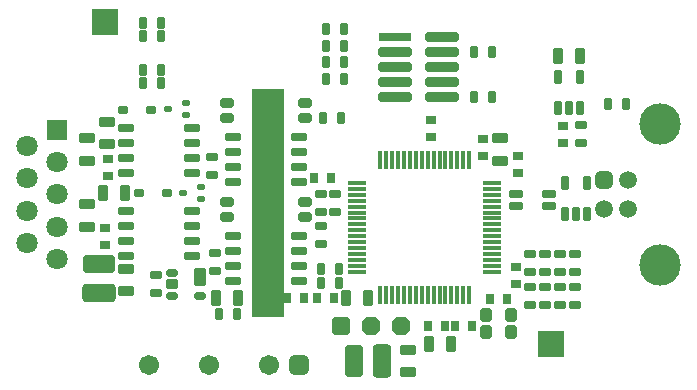
<source format=gts>
G04*
G04 #@! TF.GenerationSoftware,Altium Limited,Altium Designer,22.3.1 (43)*
G04*
G04 Layer_Color=8388736*
%FSLAX25Y25*%
%MOIN*%
G70*
G04*
G04 #@! TF.SameCoordinates,35FA6D69-FF44-446E-9FC7-5F6B5C59AE10*
G04*
G04*
G04 #@! TF.FilePolarity,Negative*
G04*
G01*
G75*
%ADD34R,0.10500X0.76000*%
G04:AMPARAMS|DCode=35|XSize=27.62mil|YSize=35.5mil|CornerRadius=5.54mil|HoleSize=0mil|Usage=FLASHONLY|Rotation=90.000|XOffset=0mil|YOffset=0mil|HoleType=Round|Shape=RoundedRectangle|*
%AMROUNDEDRECTD35*
21,1,0.02762,0.02441,0,0,90.0*
21,1,0.01654,0.03550,0,0,90.0*
1,1,0.01109,0.01221,0.00827*
1,1,0.01109,0.01221,-0.00827*
1,1,0.01109,-0.01221,-0.00827*
1,1,0.01109,-0.01221,0.00827*
%
%ADD35ROUNDEDRECTD35*%
G04:AMPARAMS|DCode=36|XSize=37.47mil|YSize=27.62mil|CornerRadius=4.36mil|HoleSize=0mil|Usage=FLASHONLY|Rotation=90.000|XOffset=0mil|YOffset=0mil|HoleType=Round|Shape=RoundedRectangle|*
%AMROUNDEDRECTD36*
21,1,0.03747,0.01890,0,0,90.0*
21,1,0.02874,0.02762,0,0,90.0*
1,1,0.00872,0.00945,0.01437*
1,1,0.00872,0.00945,-0.01437*
1,1,0.00872,-0.00945,-0.01437*
1,1,0.00872,-0.00945,0.01437*
%
%ADD36ROUNDEDRECTD36*%
G04:AMPARAMS|DCode=37|XSize=31.56mil|YSize=47.31mil|CornerRadius=6.13mil|HoleSize=0mil|Usage=FLASHONLY|Rotation=270.000|XOffset=0mil|YOffset=0mil|HoleType=Round|Shape=RoundedRectangle|*
%AMROUNDEDRECTD37*
21,1,0.03156,0.03504,0,0,270.0*
21,1,0.01929,0.04731,0,0,270.0*
1,1,0.01227,-0.01752,-0.00965*
1,1,0.01227,-0.01752,0.00965*
1,1,0.01227,0.01752,0.00965*
1,1,0.01227,0.01752,-0.00965*
%
%ADD37ROUNDEDRECTD37*%
G04:AMPARAMS|DCode=38|XSize=27.62mil|YSize=51.24mil|CornerRadius=5.54mil|HoleSize=0mil|Usage=FLASHONLY|Rotation=270.000|XOffset=0mil|YOffset=0mil|HoleType=Round|Shape=RoundedRectangle|*
%AMROUNDEDRECTD38*
21,1,0.02762,0.04016,0,0,270.0*
21,1,0.01654,0.05124,0,0,270.0*
1,1,0.01109,-0.02008,-0.00827*
1,1,0.01109,-0.02008,0.00827*
1,1,0.01109,0.02008,0.00827*
1,1,0.01109,0.02008,-0.00827*
%
%ADD38ROUNDEDRECTD38*%
G04:AMPARAMS|DCode=39|XSize=59.12mil|YSize=39.43mil|CornerRadius=7.32mil|HoleSize=0mil|Usage=FLASHONLY|Rotation=90.000|XOffset=0mil|YOffset=0mil|HoleType=Round|Shape=RoundedRectangle|*
%AMROUNDEDRECTD39*
21,1,0.05912,0.02480,0,0,90.0*
21,1,0.04449,0.03943,0,0,90.0*
1,1,0.01463,0.01240,0.02224*
1,1,0.01463,0.01240,-0.02224*
1,1,0.01463,-0.01240,-0.02224*
1,1,0.01463,-0.01240,0.02224*
%
%ADD39ROUNDEDRECTD39*%
G04:AMPARAMS|DCode=40|XSize=23.68mil|YSize=39.43mil|CornerRadius=4.95mil|HoleSize=0mil|Usage=FLASHONLY|Rotation=90.000|XOffset=0mil|YOffset=0mil|HoleType=Round|Shape=RoundedRectangle|*
%AMROUNDEDRECTD40*
21,1,0.02368,0.02953,0,0,90.0*
21,1,0.01378,0.03943,0,0,90.0*
1,1,0.00991,0.01476,0.00689*
1,1,0.00991,0.01476,-0.00689*
1,1,0.00991,-0.01476,-0.00689*
1,1,0.00991,-0.01476,0.00689*
%
%ADD40ROUNDEDRECTD40*%
G04:AMPARAMS|DCode=41|XSize=35.5mil|YSize=39.43mil|CornerRadius=6.72mil|HoleSize=0mil|Usage=FLASHONLY|Rotation=90.000|XOffset=0mil|YOffset=0mil|HoleType=Round|Shape=RoundedRectangle|*
%AMROUNDEDRECTD41*
21,1,0.03550,0.02598,0,0,90.0*
21,1,0.02205,0.03943,0,0,90.0*
1,1,0.01345,0.01299,0.01102*
1,1,0.01345,0.01299,-0.01102*
1,1,0.01345,-0.01299,-0.01102*
1,1,0.01345,-0.01299,0.01102*
%
%ADD41ROUNDEDRECTD41*%
G04:AMPARAMS|DCode=42|XSize=37.47mil|YSize=27.62mil|CornerRadius=4.36mil|HoleSize=0mil|Usage=FLASHONLY|Rotation=0.000|XOffset=0mil|YOffset=0mil|HoleType=Round|Shape=RoundedRectangle|*
%AMROUNDEDRECTD42*
21,1,0.03747,0.01890,0,0,0.0*
21,1,0.02874,0.02762,0,0,0.0*
1,1,0.00872,0.01437,-0.00945*
1,1,0.00872,-0.01437,-0.00945*
1,1,0.00872,-0.01437,0.00945*
1,1,0.00872,0.01437,0.00945*
%
%ADD42ROUNDEDRECTD42*%
G04:AMPARAMS|DCode=43|XSize=53.21mil|YSize=31.56mil|CornerRadius=4.76mil|HoleSize=0mil|Usage=FLASHONLY|Rotation=270.000|XOffset=0mil|YOffset=0mil|HoleType=Round|Shape=RoundedRectangle|*
%AMROUNDEDRECTD43*
21,1,0.05321,0.02205,0,0,270.0*
21,1,0.04370,0.03156,0,0,270.0*
1,1,0.00951,-0.01102,-0.02185*
1,1,0.00951,-0.01102,0.02185*
1,1,0.00951,0.01102,0.02185*
1,1,0.00951,0.01102,-0.02185*
%
%ADD43ROUNDEDRECTD43*%
G04:AMPARAMS|DCode=44|XSize=17.78mil|YSize=27.62mil|CornerRadius=4.07mil|HoleSize=0mil|Usage=FLASHONLY|Rotation=270.000|XOffset=0mil|YOffset=0mil|HoleType=Round|Shape=RoundedRectangle|*
%AMROUNDEDRECTD44*
21,1,0.01778,0.01949,0,0,270.0*
21,1,0.00965,0.02762,0,0,270.0*
1,1,0.00813,-0.00974,-0.00482*
1,1,0.00813,-0.00974,0.00482*
1,1,0.00813,0.00974,0.00482*
1,1,0.00813,0.00974,-0.00482*
%
%ADD44ROUNDEDRECTD44*%
G04:AMPARAMS|DCode=45|XSize=15.81mil|YSize=63.06mil|CornerRadius=4.95mil|HoleSize=0mil|Usage=FLASHONLY|Rotation=0.000|XOffset=0mil|YOffset=0mil|HoleType=Round|Shape=RoundedRectangle|*
%AMROUNDEDRECTD45*
21,1,0.01581,0.05315,0,0,0.0*
21,1,0.00591,0.06306,0,0,0.0*
1,1,0.00991,0.00295,-0.02657*
1,1,0.00991,-0.00295,-0.02657*
1,1,0.00991,-0.00295,0.02657*
1,1,0.00991,0.00295,0.02657*
%
%ADD45ROUNDEDRECTD45*%
G04:AMPARAMS|DCode=46|XSize=15.81mil|YSize=63.06mil|CornerRadius=4.95mil|HoleSize=0mil|Usage=FLASHONLY|Rotation=90.000|XOffset=0mil|YOffset=0mil|HoleType=Round|Shape=RoundedRectangle|*
%AMROUNDEDRECTD46*
21,1,0.01581,0.05315,0,0,90.0*
21,1,0.00591,0.06306,0,0,90.0*
1,1,0.00991,0.02657,0.00295*
1,1,0.00991,0.02657,-0.00295*
1,1,0.00991,-0.02657,-0.00295*
1,1,0.00991,-0.02657,0.00295*
%
%ADD46ROUNDEDRECTD46*%
G04:AMPARAMS|DCode=47|XSize=43.37mil|YSize=39.43mil|CornerRadius=5.54mil|HoleSize=0mil|Usage=FLASHONLY|Rotation=90.000|XOffset=0mil|YOffset=0mil|HoleType=Round|Shape=RoundedRectangle|*
%AMROUNDEDRECTD47*
21,1,0.04337,0.02835,0,0,90.0*
21,1,0.03228,0.03943,0,0,90.0*
1,1,0.01109,0.01417,0.01614*
1,1,0.01109,0.01417,-0.01614*
1,1,0.01109,-0.01417,-0.01614*
1,1,0.01109,-0.01417,0.01614*
%
%ADD47ROUNDEDRECTD47*%
G04:AMPARAMS|DCode=48|XSize=35.5mil|YSize=29.59mil|CornerRadius=8.4mil|HoleSize=0mil|Usage=FLASHONLY|Rotation=90.000|XOffset=0mil|YOffset=0mil|HoleType=Round|Shape=RoundedRectangle|*
%AMROUNDEDRECTD48*
21,1,0.03550,0.01280,0,0,90.0*
21,1,0.01870,0.02959,0,0,90.0*
1,1,0.01680,0.00640,0.00935*
1,1,0.01680,0.00640,-0.00935*
1,1,0.01680,-0.00640,-0.00935*
1,1,0.01680,-0.00640,0.00935*
%
%ADD48ROUNDEDRECTD48*%
G04:AMPARAMS|DCode=49|XSize=53.21mil|YSize=31.56mil|CornerRadius=4.76mil|HoleSize=0mil|Usage=FLASHONLY|Rotation=180.000|XOffset=0mil|YOffset=0mil|HoleType=Round|Shape=RoundedRectangle|*
%AMROUNDEDRECTD49*
21,1,0.05321,0.02205,0,0,180.0*
21,1,0.04370,0.03156,0,0,180.0*
1,1,0.00951,-0.02185,0.01102*
1,1,0.00951,0.02185,0.01102*
1,1,0.00951,0.02185,-0.01102*
1,1,0.00951,-0.02185,-0.01102*
%
%ADD49ROUNDEDRECTD49*%
G04:AMPARAMS|DCode=50|XSize=35.5mil|YSize=29.59mil|CornerRadius=8.4mil|HoleSize=0mil|Usage=FLASHONLY|Rotation=0.000|XOffset=0mil|YOffset=0mil|HoleType=Round|Shape=RoundedRectangle|*
%AMROUNDEDRECTD50*
21,1,0.03550,0.01280,0,0,0.0*
21,1,0.01870,0.02959,0,0,0.0*
1,1,0.01680,0.00935,-0.00640*
1,1,0.01680,-0.00935,-0.00640*
1,1,0.01680,-0.00935,0.00640*
1,1,0.01680,0.00935,0.00640*
%
%ADD50ROUNDEDRECTD50*%
%ADD51R,0.08661X0.08661*%
%ADD52C,0.04337*%
G04:AMPARAMS|DCode=53|XSize=27.62mil|YSize=47.31mil|CornerRadius=4.36mil|HoleSize=0mil|Usage=FLASHONLY|Rotation=180.000|XOffset=0mil|YOffset=0mil|HoleType=Round|Shape=RoundedRectangle|*
%AMROUNDEDRECTD53*
21,1,0.02762,0.03858,0,0,180.0*
21,1,0.01890,0.04731,0,0,180.0*
1,1,0.00872,-0.00945,0.01929*
1,1,0.00872,0.00945,0.01929*
1,1,0.00872,0.00945,-0.01929*
1,1,0.00872,-0.00945,-0.01929*
%
%ADD53ROUNDEDRECTD53*%
G04:AMPARAMS|DCode=54|XSize=47.31mil|YSize=27.62mil|CornerRadius=5.54mil|HoleSize=0mil|Usage=FLASHONLY|Rotation=180.000|XOffset=0mil|YOffset=0mil|HoleType=Round|Shape=RoundedRectangle|*
%AMROUNDEDRECTD54*
21,1,0.04731,0.01654,0,0,180.0*
21,1,0.03622,0.02762,0,0,180.0*
1,1,0.01109,-0.01811,0.00827*
1,1,0.01109,0.01811,0.00827*
1,1,0.01109,0.01811,-0.00827*
1,1,0.01109,-0.01811,-0.00827*
%
%ADD54ROUNDEDRECTD54*%
G04:AMPARAMS|DCode=55|XSize=63.12mil|YSize=110.36mil|CornerRadius=12.27mil|HoleSize=0mil|Usage=FLASHONLY|Rotation=180.000|XOffset=0mil|YOffset=0mil|HoleType=Round|Shape=RoundedRectangle|*
%AMROUNDEDRECTD55*
21,1,0.06312,0.08583,0,0,180.0*
21,1,0.03858,0.11036,0,0,180.0*
1,1,0.02454,-0.01929,0.04291*
1,1,0.02454,0.01929,0.04291*
1,1,0.02454,0.01929,-0.04291*
1,1,0.02454,-0.01929,-0.04291*
%
%ADD55ROUNDEDRECTD55*%
G04:AMPARAMS|DCode=56|XSize=59.12mil|YSize=106.36mil|CornerRadius=10.27mil|HoleSize=0mil|Usage=FLASHONLY|Rotation=180.000|XOffset=0mil|YOffset=0mil|HoleType=Round|Shape=RoundedRectangle|*
%AMROUNDEDRECTD56*
21,1,0.05912,0.08583,0,0,180.0*
21,1,0.03858,0.10636,0,0,180.0*
1,1,0.02054,-0.01929,0.04291*
1,1,0.02054,0.01929,0.04291*
1,1,0.02054,0.01929,-0.04291*
1,1,0.02054,-0.01929,-0.04291*
%
%ADD56ROUNDEDRECTD56*%
G04:AMPARAMS|DCode=57|XSize=63.12mil|YSize=110.36mil|CornerRadius=12.27mil|HoleSize=0mil|Usage=FLASHONLY|Rotation=90.000|XOffset=0mil|YOffset=0mil|HoleType=Round|Shape=RoundedRectangle|*
%AMROUNDEDRECTD57*
21,1,0.06312,0.08583,0,0,90.0*
21,1,0.03858,0.11036,0,0,90.0*
1,1,0.02454,0.04291,0.01929*
1,1,0.02454,0.04291,-0.01929*
1,1,0.02454,-0.04291,-0.01929*
1,1,0.02454,-0.04291,0.01929*
%
%ADD57ROUNDEDRECTD57*%
G04:AMPARAMS|DCode=58|XSize=59.12mil|YSize=106.36mil|CornerRadius=10.27mil|HoleSize=0mil|Usage=FLASHONLY|Rotation=90.000|XOffset=0mil|YOffset=0mil|HoleType=Round|Shape=RoundedRectangle|*
%AMROUNDEDRECTD58*
21,1,0.05912,0.08583,0,0,90.0*
21,1,0.03858,0.10636,0,0,90.0*
1,1,0.02054,0.04291,0.01929*
1,1,0.02054,0.04291,-0.01929*
1,1,0.02054,-0.04291,-0.01929*
1,1,0.02054,-0.04291,0.01929*
%
%ADD58ROUNDEDRECTD58*%
%ADD59R,0.11030X0.03156*%
G04:AMPARAMS|DCode=60|XSize=31.56mil|YSize=110.3mil|CornerRadius=6.13mil|HoleSize=0mil|Usage=FLASHONLY|Rotation=270.000|XOffset=0mil|YOffset=0mil|HoleType=Round|Shape=RoundedRectangle|*
%AMROUNDEDRECTD60*
21,1,0.03156,0.09803,0,0,270.0*
21,1,0.01929,0.11030,0,0,270.0*
1,1,0.01227,-0.04902,-0.00965*
1,1,0.01227,-0.04902,0.00965*
1,1,0.01227,0.04902,0.00965*
1,1,0.01227,0.04902,-0.00965*
%
%ADD60ROUNDEDRECTD60*%
%ADD61C,0.00400*%
%ADD62C,0.07093*%
%ADD63R,0.07093X0.07093*%
G04:AMPARAMS|DCode=64|XSize=63.06mil|YSize=63.06mil|CornerRadius=16.76mil|HoleSize=0mil|Usage=FLASHONLY|Rotation=0.000|XOffset=0mil|YOffset=0mil|HoleType=Round|Shape=RoundedRectangle|*
%AMROUNDEDRECTD64*
21,1,0.06306,0.02953,0,0,0.0*
21,1,0.02953,0.06306,0,0,0.0*
1,1,0.03353,0.01476,-0.01476*
1,1,0.03353,-0.01476,-0.01476*
1,1,0.03353,-0.01476,0.01476*
1,1,0.03353,0.01476,0.01476*
%
%ADD64ROUNDEDRECTD64*%
%ADD65P,0.06825X8X22.5*%
%ADD66C,0.13786*%
%ADD67C,0.05912*%
G04:AMPARAMS|DCode=68|XSize=59.12mil|YSize=59.12mil|CornerRadius=15.78mil|HoleSize=0mil|Usage=FLASHONLY|Rotation=90.000|XOffset=0mil|YOffset=0mil|HoleType=Round|Shape=RoundedRectangle|*
%AMROUNDEDRECTD68*
21,1,0.05912,0.02756,0,0,90.0*
21,1,0.02756,0.05912,0,0,90.0*
1,1,0.03156,0.01378,0.01378*
1,1,0.03156,0.01378,-0.01378*
1,1,0.03156,-0.01378,-0.01378*
1,1,0.03156,-0.01378,0.01378*
%
%ADD68ROUNDEDRECTD68*%
%ADD69C,0.06699*%
G04:AMPARAMS|DCode=70|XSize=66.99mil|YSize=66.99mil|CornerRadius=17.75mil|HoleSize=0mil|Usage=FLASHONLY|Rotation=0.000|XOffset=0mil|YOffset=0mil|HoleType=Round|Shape=RoundedRectangle|*
%AMROUNDEDRECTD70*
21,1,0.06699,0.03150,0,0,0.0*
21,1,0.03150,0.06699,0,0,0.0*
1,1,0.03550,0.01575,-0.01575*
1,1,0.03550,-0.01575,-0.01575*
1,1,0.03550,-0.01575,0.01575*
1,1,0.03550,0.01575,0.01575*
%
%ADD70ROUNDEDRECTD70*%
D34*
X97750Y62000D02*
D03*
D35*
X64224Y65500D02*
D03*
X54776D02*
D03*
X58724Y93000D02*
D03*
X49276D02*
D03*
D36*
X211047Y95000D02*
D03*
X216953D02*
D03*
X172453Y97500D02*
D03*
X166547D02*
D03*
X172453Y112500D02*
D03*
X166547D02*
D03*
X87453Y25000D02*
D03*
X81547D02*
D03*
X121953Y90500D02*
D03*
X116047D02*
D03*
X122953Y120000D02*
D03*
X117047D02*
D03*
Y114500D02*
D03*
X122953D02*
D03*
Y109000D02*
D03*
X117047D02*
D03*
Y103500D02*
D03*
X122953D02*
D03*
X115547Y35500D02*
D03*
X121453D02*
D03*
Y40000D02*
D03*
X115547D02*
D03*
X62008Y101969D02*
D03*
X56102D02*
D03*
X62008Y106299D02*
D03*
X56102D02*
D03*
X62008Y117717D02*
D03*
X56102D02*
D03*
X62008Y122047D02*
D03*
X56102D02*
D03*
D37*
X84008Y95500D02*
D03*
Y90500D02*
D03*
X109992Y95500D02*
D03*
Y90500D02*
D03*
Y57500D02*
D03*
Y62500D02*
D03*
X84008Y57500D02*
D03*
Y62500D02*
D03*
D38*
X85976Y84000D02*
D03*
Y79000D02*
D03*
Y74000D02*
D03*
Y69000D02*
D03*
X108024Y84000D02*
D03*
Y79000D02*
D03*
Y74000D02*
D03*
Y69000D02*
D03*
X72524Y72000D02*
D03*
Y77000D02*
D03*
Y82000D02*
D03*
Y87000D02*
D03*
X50476Y72000D02*
D03*
Y77000D02*
D03*
Y82000D02*
D03*
Y87000D02*
D03*
Y59500D02*
D03*
Y54500D02*
D03*
Y49500D02*
D03*
Y44500D02*
D03*
X72524Y59500D02*
D03*
Y54500D02*
D03*
Y49500D02*
D03*
Y44500D02*
D03*
X108024Y36000D02*
D03*
Y41000D02*
D03*
Y46000D02*
D03*
Y51000D02*
D03*
X85976Y36000D02*
D03*
Y41000D02*
D03*
Y46000D02*
D03*
Y51000D02*
D03*
D39*
X75224Y37362D02*
D03*
D40*
Y31260D02*
D03*
X65776D02*
D03*
Y38740D02*
D03*
D41*
Y35000D02*
D03*
D42*
X60500Y37953D02*
D03*
Y32047D02*
D03*
X80000Y45453D02*
D03*
Y39547D02*
D03*
X79000Y77453D02*
D03*
Y71547D02*
D03*
X115500Y48547D02*
D03*
Y54453D02*
D03*
Y64953D02*
D03*
Y59047D02*
D03*
X185000Y33953D02*
D03*
Y28047D02*
D03*
X190000D02*
D03*
Y33953D02*
D03*
X195000D02*
D03*
Y28047D02*
D03*
X200000D02*
D03*
Y33953D02*
D03*
X120000Y64953D02*
D03*
Y59047D02*
D03*
X200000Y44953D02*
D03*
Y39047D02*
D03*
X195000Y44953D02*
D03*
Y39047D02*
D03*
X190000Y44953D02*
D03*
Y39047D02*
D03*
X185000Y44953D02*
D03*
Y39047D02*
D03*
X202000Y87953D02*
D03*
Y82047D02*
D03*
D43*
X80260Y30500D02*
D03*
X87740D02*
D03*
X123760D02*
D03*
X131240D02*
D03*
X151260Y15000D02*
D03*
X158740D02*
D03*
X201740Y111000D02*
D03*
X194260D02*
D03*
X50240Y65500D02*
D03*
X42760D02*
D03*
D44*
X64547Y93500D02*
D03*
X70453Y95468D02*
D03*
Y91531D02*
D03*
X69547Y65500D02*
D03*
X75453Y67469D02*
D03*
Y63532D02*
D03*
D45*
X162795Y31559D02*
D03*
X164764D02*
D03*
X141142D02*
D03*
X135236D02*
D03*
X137205D02*
D03*
X139173D02*
D03*
X147047D02*
D03*
X143110D02*
D03*
X145079D02*
D03*
X149016D02*
D03*
X150984D02*
D03*
X152953D02*
D03*
X154921D02*
D03*
X156890D02*
D03*
X158858D02*
D03*
X160827D02*
D03*
X164764Y76441D02*
D03*
X162795D02*
D03*
X160827D02*
D03*
X158858D02*
D03*
X156890D02*
D03*
X154921D02*
D03*
X152953D02*
D03*
X150984D02*
D03*
X149016D02*
D03*
X147047D02*
D03*
X145079D02*
D03*
X143110D02*
D03*
X141142D02*
D03*
X139173D02*
D03*
X137205D02*
D03*
X135236D02*
D03*
D46*
X172441Y58921D02*
D03*
Y60890D02*
D03*
Y62858D02*
D03*
Y64827D02*
D03*
X127559Y68764D02*
D03*
Y66795D02*
D03*
Y64827D02*
D03*
Y62858D02*
D03*
Y60890D02*
D03*
Y58921D02*
D03*
Y56953D02*
D03*
Y54984D02*
D03*
Y53016D02*
D03*
Y51047D02*
D03*
Y49079D02*
D03*
Y47110D02*
D03*
Y45142D02*
D03*
Y43173D02*
D03*
Y41205D02*
D03*
Y39236D02*
D03*
X172441D02*
D03*
Y41205D02*
D03*
Y43173D02*
D03*
Y45142D02*
D03*
Y47110D02*
D03*
Y49079D02*
D03*
Y51047D02*
D03*
Y53016D02*
D03*
Y54984D02*
D03*
Y56953D02*
D03*
Y66795D02*
D03*
Y68764D02*
D03*
D47*
X178634Y24756D02*
D03*
Y19244D02*
D03*
X170366D02*
D03*
Y24756D02*
D03*
D48*
X171646Y30000D02*
D03*
X177354D02*
D03*
X156854Y21000D02*
D03*
X151146D02*
D03*
X114146Y30500D02*
D03*
X119854D02*
D03*
X113146Y70500D02*
D03*
X118854D02*
D03*
X104146Y30500D02*
D03*
X109854D02*
D03*
X165854Y21000D02*
D03*
X160146D02*
D03*
D49*
X175000Y76260D02*
D03*
Y83740D02*
D03*
X37500D02*
D03*
Y76260D02*
D03*
X50500Y40240D02*
D03*
Y32760D02*
D03*
X144500Y13240D02*
D03*
Y5760D02*
D03*
X37500Y61740D02*
D03*
Y54260D02*
D03*
X44000Y89240D02*
D03*
Y81760D02*
D03*
D50*
X152000Y84146D02*
D03*
Y89854D02*
D03*
X169500Y83354D02*
D03*
Y77646D02*
D03*
X180500Y35146D02*
D03*
Y40854D02*
D03*
X44500Y71146D02*
D03*
Y76854D02*
D03*
X43500Y53854D02*
D03*
Y48146D02*
D03*
X181000Y72146D02*
D03*
Y77854D02*
D03*
X196000Y82146D02*
D03*
Y87854D02*
D03*
D51*
X43500Y122500D02*
D03*
X192000Y15000D02*
D03*
D52*
X43500Y122500D02*
D03*
X192000Y15000D02*
D03*
D53*
X196760Y68618D02*
D03*
X204240D02*
D03*
Y58382D02*
D03*
X200500D02*
D03*
X196760D02*
D03*
X194260Y93882D02*
D03*
X198000D02*
D03*
X201740D02*
D03*
Y104118D02*
D03*
X194260D02*
D03*
D54*
X180488Y64969D02*
D03*
X191512D02*
D03*
Y61032D02*
D03*
X180488D02*
D03*
D55*
X135724Y9500D02*
D03*
D56*
X126276D02*
D03*
D57*
X41500Y32276D02*
D03*
D58*
Y41724D02*
D03*
D59*
X140126Y117460D02*
D03*
D60*
X155874D02*
D03*
X140126Y112460D02*
D03*
X155874D02*
D03*
X140126Y107460D02*
D03*
Y102460D02*
D03*
Y97460D02*
D03*
X155874Y107460D02*
D03*
Y102460D02*
D03*
Y97460D02*
D03*
D61*
X22500Y15748D02*
D03*
Y114173D02*
D03*
X224410Y15748D02*
D03*
Y114173D02*
D03*
D62*
X17500Y48779D02*
D03*
Y59567D02*
D03*
Y70354D02*
D03*
Y81142D02*
D03*
X27500Y43386D02*
D03*
Y54173D02*
D03*
Y64961D02*
D03*
Y75748D02*
D03*
D63*
Y86535D02*
D03*
D64*
X122000Y21000D02*
D03*
D65*
X132000D02*
D03*
X142000D02*
D03*
D66*
X228346Y41339D02*
D03*
Y88583D02*
D03*
D67*
X217717Y60039D02*
D03*
Y69882D02*
D03*
X209842Y60039D02*
D03*
D68*
Y69882D02*
D03*
D69*
X78000Y8000D02*
D03*
X58000D02*
D03*
X98000D02*
D03*
D70*
X108000Y8000D02*
D03*
M02*

</source>
